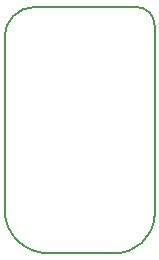
<source format=gbr>
%TF.FileFunction,Profile,NP*%
%FSLAX46Y46*%
G04 Gerber Fmt 4.6, Leading zero omitted, Abs format (unit mm)*
G04 Created by KiCad (PCBNEW (2014-12-19 BZR 5328)-product) date 23/12/2014 01:10:06*
%MOMM*%
G01*
G04 APERTURE LIST*
%ADD10C,0.127000*%
G04 APERTURE END LIST*
D10*
X123444000Y-95758000D02*
X123444000Y-81026000D01*
X132715000Y-99314000D02*
X127254000Y-99314000D01*
X136144000Y-80010000D02*
X136144000Y-96139000D01*
X125984000Y-78486000D02*
X134620000Y-78486000D01*
X132715000Y-99314000D02*
G75*
G03X136144000Y-96139000I127000J3302000D01*
G01*
X123444000Y-95758000D02*
G75*
G03X127254000Y-99314000I3683000J127000D01*
G01*
X125984000Y-78486000D02*
G75*
G03X123444000Y-81026000I0J-2540000D01*
G01*
X136144000Y-80010000D02*
G75*
G03X134620000Y-78486000I-1524000J0D01*
G01*
M02*

</source>
